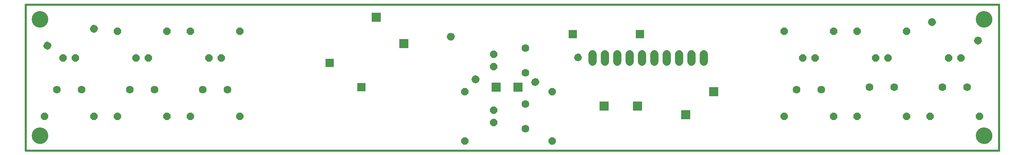
<source format=gbs>
G75*
%MOIN*%
%OFA0B0*%
%FSLAX25Y25*%
%IPPOS*%
%LPD*%
%AMOC8*
5,1,8,0,0,1.08239X$1,22.5*
%
%ADD10C,0.01600*%
%ADD11C,0.00000*%
%ADD12C,0.13398*%
%ADD13OC8,0.06000*%
%ADD14C,0.01200*%
%ADD15C,0.06800*%
%ADD16C,0.06312*%
%ADD17R,0.06706X0.06706*%
%ADD18R,0.07296X0.07296*%
D10*
X0003000Y0003000D02*
X0790402Y0003000D01*
X0790402Y0121110D01*
X0003000Y0121110D01*
X0003000Y0003000D01*
D11*
X0008512Y0014811D02*
X0008514Y0014969D01*
X0008520Y0015127D01*
X0008530Y0015285D01*
X0008544Y0015443D01*
X0008562Y0015600D01*
X0008583Y0015757D01*
X0008609Y0015913D01*
X0008639Y0016069D01*
X0008672Y0016224D01*
X0008710Y0016377D01*
X0008751Y0016530D01*
X0008796Y0016682D01*
X0008845Y0016833D01*
X0008898Y0016982D01*
X0008954Y0017130D01*
X0009014Y0017276D01*
X0009078Y0017421D01*
X0009146Y0017564D01*
X0009217Y0017706D01*
X0009291Y0017846D01*
X0009369Y0017983D01*
X0009451Y0018119D01*
X0009535Y0018253D01*
X0009624Y0018384D01*
X0009715Y0018513D01*
X0009810Y0018640D01*
X0009907Y0018765D01*
X0010008Y0018887D01*
X0010112Y0019006D01*
X0010219Y0019123D01*
X0010329Y0019237D01*
X0010442Y0019348D01*
X0010557Y0019457D01*
X0010675Y0019562D01*
X0010796Y0019664D01*
X0010919Y0019764D01*
X0011045Y0019860D01*
X0011173Y0019953D01*
X0011303Y0020043D01*
X0011436Y0020129D01*
X0011571Y0020213D01*
X0011707Y0020292D01*
X0011846Y0020369D01*
X0011987Y0020441D01*
X0012129Y0020511D01*
X0012273Y0020576D01*
X0012419Y0020638D01*
X0012566Y0020696D01*
X0012715Y0020751D01*
X0012865Y0020802D01*
X0013016Y0020849D01*
X0013168Y0020892D01*
X0013321Y0020931D01*
X0013476Y0020967D01*
X0013631Y0020998D01*
X0013787Y0021026D01*
X0013943Y0021050D01*
X0014100Y0021070D01*
X0014258Y0021086D01*
X0014415Y0021098D01*
X0014574Y0021106D01*
X0014732Y0021110D01*
X0014890Y0021110D01*
X0015048Y0021106D01*
X0015207Y0021098D01*
X0015364Y0021086D01*
X0015522Y0021070D01*
X0015679Y0021050D01*
X0015835Y0021026D01*
X0015991Y0020998D01*
X0016146Y0020967D01*
X0016301Y0020931D01*
X0016454Y0020892D01*
X0016606Y0020849D01*
X0016757Y0020802D01*
X0016907Y0020751D01*
X0017056Y0020696D01*
X0017203Y0020638D01*
X0017349Y0020576D01*
X0017493Y0020511D01*
X0017635Y0020441D01*
X0017776Y0020369D01*
X0017915Y0020292D01*
X0018051Y0020213D01*
X0018186Y0020129D01*
X0018319Y0020043D01*
X0018449Y0019953D01*
X0018577Y0019860D01*
X0018703Y0019764D01*
X0018826Y0019664D01*
X0018947Y0019562D01*
X0019065Y0019457D01*
X0019180Y0019348D01*
X0019293Y0019237D01*
X0019403Y0019123D01*
X0019510Y0019006D01*
X0019614Y0018887D01*
X0019715Y0018765D01*
X0019812Y0018640D01*
X0019907Y0018513D01*
X0019998Y0018384D01*
X0020087Y0018253D01*
X0020171Y0018119D01*
X0020253Y0017983D01*
X0020331Y0017846D01*
X0020405Y0017706D01*
X0020476Y0017564D01*
X0020544Y0017421D01*
X0020608Y0017276D01*
X0020668Y0017130D01*
X0020724Y0016982D01*
X0020777Y0016833D01*
X0020826Y0016682D01*
X0020871Y0016530D01*
X0020912Y0016377D01*
X0020950Y0016224D01*
X0020983Y0016069D01*
X0021013Y0015913D01*
X0021039Y0015757D01*
X0021060Y0015600D01*
X0021078Y0015443D01*
X0021092Y0015285D01*
X0021102Y0015127D01*
X0021108Y0014969D01*
X0021110Y0014811D01*
X0021108Y0014653D01*
X0021102Y0014495D01*
X0021092Y0014337D01*
X0021078Y0014179D01*
X0021060Y0014022D01*
X0021039Y0013865D01*
X0021013Y0013709D01*
X0020983Y0013553D01*
X0020950Y0013398D01*
X0020912Y0013245D01*
X0020871Y0013092D01*
X0020826Y0012940D01*
X0020777Y0012789D01*
X0020724Y0012640D01*
X0020668Y0012492D01*
X0020608Y0012346D01*
X0020544Y0012201D01*
X0020476Y0012058D01*
X0020405Y0011916D01*
X0020331Y0011776D01*
X0020253Y0011639D01*
X0020171Y0011503D01*
X0020087Y0011369D01*
X0019998Y0011238D01*
X0019907Y0011109D01*
X0019812Y0010982D01*
X0019715Y0010857D01*
X0019614Y0010735D01*
X0019510Y0010616D01*
X0019403Y0010499D01*
X0019293Y0010385D01*
X0019180Y0010274D01*
X0019065Y0010165D01*
X0018947Y0010060D01*
X0018826Y0009958D01*
X0018703Y0009858D01*
X0018577Y0009762D01*
X0018449Y0009669D01*
X0018319Y0009579D01*
X0018186Y0009493D01*
X0018051Y0009409D01*
X0017915Y0009330D01*
X0017776Y0009253D01*
X0017635Y0009181D01*
X0017493Y0009111D01*
X0017349Y0009046D01*
X0017203Y0008984D01*
X0017056Y0008926D01*
X0016907Y0008871D01*
X0016757Y0008820D01*
X0016606Y0008773D01*
X0016454Y0008730D01*
X0016301Y0008691D01*
X0016146Y0008655D01*
X0015991Y0008624D01*
X0015835Y0008596D01*
X0015679Y0008572D01*
X0015522Y0008552D01*
X0015364Y0008536D01*
X0015207Y0008524D01*
X0015048Y0008516D01*
X0014890Y0008512D01*
X0014732Y0008512D01*
X0014574Y0008516D01*
X0014415Y0008524D01*
X0014258Y0008536D01*
X0014100Y0008552D01*
X0013943Y0008572D01*
X0013787Y0008596D01*
X0013631Y0008624D01*
X0013476Y0008655D01*
X0013321Y0008691D01*
X0013168Y0008730D01*
X0013016Y0008773D01*
X0012865Y0008820D01*
X0012715Y0008871D01*
X0012566Y0008926D01*
X0012419Y0008984D01*
X0012273Y0009046D01*
X0012129Y0009111D01*
X0011987Y0009181D01*
X0011846Y0009253D01*
X0011707Y0009330D01*
X0011571Y0009409D01*
X0011436Y0009493D01*
X0011303Y0009579D01*
X0011173Y0009669D01*
X0011045Y0009762D01*
X0010919Y0009858D01*
X0010796Y0009958D01*
X0010675Y0010060D01*
X0010557Y0010165D01*
X0010442Y0010274D01*
X0010329Y0010385D01*
X0010219Y0010499D01*
X0010112Y0010616D01*
X0010008Y0010735D01*
X0009907Y0010857D01*
X0009810Y0010982D01*
X0009715Y0011109D01*
X0009624Y0011238D01*
X0009535Y0011369D01*
X0009451Y0011503D01*
X0009369Y0011639D01*
X0009291Y0011776D01*
X0009217Y0011916D01*
X0009146Y0012058D01*
X0009078Y0012201D01*
X0009014Y0012346D01*
X0008954Y0012492D01*
X0008898Y0012640D01*
X0008845Y0012789D01*
X0008796Y0012940D01*
X0008751Y0013092D01*
X0008710Y0013245D01*
X0008672Y0013398D01*
X0008639Y0013553D01*
X0008609Y0013709D01*
X0008583Y0013865D01*
X0008562Y0014022D01*
X0008544Y0014179D01*
X0008530Y0014337D01*
X0008520Y0014495D01*
X0008514Y0014653D01*
X0008512Y0014811D01*
X0008512Y0109299D02*
X0008514Y0109457D01*
X0008520Y0109615D01*
X0008530Y0109773D01*
X0008544Y0109931D01*
X0008562Y0110088D01*
X0008583Y0110245D01*
X0008609Y0110401D01*
X0008639Y0110557D01*
X0008672Y0110712D01*
X0008710Y0110865D01*
X0008751Y0111018D01*
X0008796Y0111170D01*
X0008845Y0111321D01*
X0008898Y0111470D01*
X0008954Y0111618D01*
X0009014Y0111764D01*
X0009078Y0111909D01*
X0009146Y0112052D01*
X0009217Y0112194D01*
X0009291Y0112334D01*
X0009369Y0112471D01*
X0009451Y0112607D01*
X0009535Y0112741D01*
X0009624Y0112872D01*
X0009715Y0113001D01*
X0009810Y0113128D01*
X0009907Y0113253D01*
X0010008Y0113375D01*
X0010112Y0113494D01*
X0010219Y0113611D01*
X0010329Y0113725D01*
X0010442Y0113836D01*
X0010557Y0113945D01*
X0010675Y0114050D01*
X0010796Y0114152D01*
X0010919Y0114252D01*
X0011045Y0114348D01*
X0011173Y0114441D01*
X0011303Y0114531D01*
X0011436Y0114617D01*
X0011571Y0114701D01*
X0011707Y0114780D01*
X0011846Y0114857D01*
X0011987Y0114929D01*
X0012129Y0114999D01*
X0012273Y0115064D01*
X0012419Y0115126D01*
X0012566Y0115184D01*
X0012715Y0115239D01*
X0012865Y0115290D01*
X0013016Y0115337D01*
X0013168Y0115380D01*
X0013321Y0115419D01*
X0013476Y0115455D01*
X0013631Y0115486D01*
X0013787Y0115514D01*
X0013943Y0115538D01*
X0014100Y0115558D01*
X0014258Y0115574D01*
X0014415Y0115586D01*
X0014574Y0115594D01*
X0014732Y0115598D01*
X0014890Y0115598D01*
X0015048Y0115594D01*
X0015207Y0115586D01*
X0015364Y0115574D01*
X0015522Y0115558D01*
X0015679Y0115538D01*
X0015835Y0115514D01*
X0015991Y0115486D01*
X0016146Y0115455D01*
X0016301Y0115419D01*
X0016454Y0115380D01*
X0016606Y0115337D01*
X0016757Y0115290D01*
X0016907Y0115239D01*
X0017056Y0115184D01*
X0017203Y0115126D01*
X0017349Y0115064D01*
X0017493Y0114999D01*
X0017635Y0114929D01*
X0017776Y0114857D01*
X0017915Y0114780D01*
X0018051Y0114701D01*
X0018186Y0114617D01*
X0018319Y0114531D01*
X0018449Y0114441D01*
X0018577Y0114348D01*
X0018703Y0114252D01*
X0018826Y0114152D01*
X0018947Y0114050D01*
X0019065Y0113945D01*
X0019180Y0113836D01*
X0019293Y0113725D01*
X0019403Y0113611D01*
X0019510Y0113494D01*
X0019614Y0113375D01*
X0019715Y0113253D01*
X0019812Y0113128D01*
X0019907Y0113001D01*
X0019998Y0112872D01*
X0020087Y0112741D01*
X0020171Y0112607D01*
X0020253Y0112471D01*
X0020331Y0112334D01*
X0020405Y0112194D01*
X0020476Y0112052D01*
X0020544Y0111909D01*
X0020608Y0111764D01*
X0020668Y0111618D01*
X0020724Y0111470D01*
X0020777Y0111321D01*
X0020826Y0111170D01*
X0020871Y0111018D01*
X0020912Y0110865D01*
X0020950Y0110712D01*
X0020983Y0110557D01*
X0021013Y0110401D01*
X0021039Y0110245D01*
X0021060Y0110088D01*
X0021078Y0109931D01*
X0021092Y0109773D01*
X0021102Y0109615D01*
X0021108Y0109457D01*
X0021110Y0109299D01*
X0021108Y0109141D01*
X0021102Y0108983D01*
X0021092Y0108825D01*
X0021078Y0108667D01*
X0021060Y0108510D01*
X0021039Y0108353D01*
X0021013Y0108197D01*
X0020983Y0108041D01*
X0020950Y0107886D01*
X0020912Y0107733D01*
X0020871Y0107580D01*
X0020826Y0107428D01*
X0020777Y0107277D01*
X0020724Y0107128D01*
X0020668Y0106980D01*
X0020608Y0106834D01*
X0020544Y0106689D01*
X0020476Y0106546D01*
X0020405Y0106404D01*
X0020331Y0106264D01*
X0020253Y0106127D01*
X0020171Y0105991D01*
X0020087Y0105857D01*
X0019998Y0105726D01*
X0019907Y0105597D01*
X0019812Y0105470D01*
X0019715Y0105345D01*
X0019614Y0105223D01*
X0019510Y0105104D01*
X0019403Y0104987D01*
X0019293Y0104873D01*
X0019180Y0104762D01*
X0019065Y0104653D01*
X0018947Y0104548D01*
X0018826Y0104446D01*
X0018703Y0104346D01*
X0018577Y0104250D01*
X0018449Y0104157D01*
X0018319Y0104067D01*
X0018186Y0103981D01*
X0018051Y0103897D01*
X0017915Y0103818D01*
X0017776Y0103741D01*
X0017635Y0103669D01*
X0017493Y0103599D01*
X0017349Y0103534D01*
X0017203Y0103472D01*
X0017056Y0103414D01*
X0016907Y0103359D01*
X0016757Y0103308D01*
X0016606Y0103261D01*
X0016454Y0103218D01*
X0016301Y0103179D01*
X0016146Y0103143D01*
X0015991Y0103112D01*
X0015835Y0103084D01*
X0015679Y0103060D01*
X0015522Y0103040D01*
X0015364Y0103024D01*
X0015207Y0103012D01*
X0015048Y0103004D01*
X0014890Y0103000D01*
X0014732Y0103000D01*
X0014574Y0103004D01*
X0014415Y0103012D01*
X0014258Y0103024D01*
X0014100Y0103040D01*
X0013943Y0103060D01*
X0013787Y0103084D01*
X0013631Y0103112D01*
X0013476Y0103143D01*
X0013321Y0103179D01*
X0013168Y0103218D01*
X0013016Y0103261D01*
X0012865Y0103308D01*
X0012715Y0103359D01*
X0012566Y0103414D01*
X0012419Y0103472D01*
X0012273Y0103534D01*
X0012129Y0103599D01*
X0011987Y0103669D01*
X0011846Y0103741D01*
X0011707Y0103818D01*
X0011571Y0103897D01*
X0011436Y0103981D01*
X0011303Y0104067D01*
X0011173Y0104157D01*
X0011045Y0104250D01*
X0010919Y0104346D01*
X0010796Y0104446D01*
X0010675Y0104548D01*
X0010557Y0104653D01*
X0010442Y0104762D01*
X0010329Y0104873D01*
X0010219Y0104987D01*
X0010112Y0105104D01*
X0010008Y0105223D01*
X0009907Y0105345D01*
X0009810Y0105470D01*
X0009715Y0105597D01*
X0009624Y0105726D01*
X0009535Y0105857D01*
X0009451Y0105991D01*
X0009369Y0106127D01*
X0009291Y0106264D01*
X0009217Y0106404D01*
X0009146Y0106546D01*
X0009078Y0106689D01*
X0009014Y0106834D01*
X0008954Y0106980D01*
X0008898Y0107128D01*
X0008845Y0107277D01*
X0008796Y0107428D01*
X0008751Y0107580D01*
X0008710Y0107733D01*
X0008672Y0107886D01*
X0008639Y0108041D01*
X0008609Y0108197D01*
X0008583Y0108353D01*
X0008562Y0108510D01*
X0008544Y0108667D01*
X0008530Y0108825D01*
X0008520Y0108983D01*
X0008514Y0109141D01*
X0008512Y0109299D01*
X0772292Y0109299D02*
X0772294Y0109457D01*
X0772300Y0109615D01*
X0772310Y0109773D01*
X0772324Y0109931D01*
X0772342Y0110088D01*
X0772363Y0110245D01*
X0772389Y0110401D01*
X0772419Y0110557D01*
X0772452Y0110712D01*
X0772490Y0110865D01*
X0772531Y0111018D01*
X0772576Y0111170D01*
X0772625Y0111321D01*
X0772678Y0111470D01*
X0772734Y0111618D01*
X0772794Y0111764D01*
X0772858Y0111909D01*
X0772926Y0112052D01*
X0772997Y0112194D01*
X0773071Y0112334D01*
X0773149Y0112471D01*
X0773231Y0112607D01*
X0773315Y0112741D01*
X0773404Y0112872D01*
X0773495Y0113001D01*
X0773590Y0113128D01*
X0773687Y0113253D01*
X0773788Y0113375D01*
X0773892Y0113494D01*
X0773999Y0113611D01*
X0774109Y0113725D01*
X0774222Y0113836D01*
X0774337Y0113945D01*
X0774455Y0114050D01*
X0774576Y0114152D01*
X0774699Y0114252D01*
X0774825Y0114348D01*
X0774953Y0114441D01*
X0775083Y0114531D01*
X0775216Y0114617D01*
X0775351Y0114701D01*
X0775487Y0114780D01*
X0775626Y0114857D01*
X0775767Y0114929D01*
X0775909Y0114999D01*
X0776053Y0115064D01*
X0776199Y0115126D01*
X0776346Y0115184D01*
X0776495Y0115239D01*
X0776645Y0115290D01*
X0776796Y0115337D01*
X0776948Y0115380D01*
X0777101Y0115419D01*
X0777256Y0115455D01*
X0777411Y0115486D01*
X0777567Y0115514D01*
X0777723Y0115538D01*
X0777880Y0115558D01*
X0778038Y0115574D01*
X0778195Y0115586D01*
X0778354Y0115594D01*
X0778512Y0115598D01*
X0778670Y0115598D01*
X0778828Y0115594D01*
X0778987Y0115586D01*
X0779144Y0115574D01*
X0779302Y0115558D01*
X0779459Y0115538D01*
X0779615Y0115514D01*
X0779771Y0115486D01*
X0779926Y0115455D01*
X0780081Y0115419D01*
X0780234Y0115380D01*
X0780386Y0115337D01*
X0780537Y0115290D01*
X0780687Y0115239D01*
X0780836Y0115184D01*
X0780983Y0115126D01*
X0781129Y0115064D01*
X0781273Y0114999D01*
X0781415Y0114929D01*
X0781556Y0114857D01*
X0781695Y0114780D01*
X0781831Y0114701D01*
X0781966Y0114617D01*
X0782099Y0114531D01*
X0782229Y0114441D01*
X0782357Y0114348D01*
X0782483Y0114252D01*
X0782606Y0114152D01*
X0782727Y0114050D01*
X0782845Y0113945D01*
X0782960Y0113836D01*
X0783073Y0113725D01*
X0783183Y0113611D01*
X0783290Y0113494D01*
X0783394Y0113375D01*
X0783495Y0113253D01*
X0783592Y0113128D01*
X0783687Y0113001D01*
X0783778Y0112872D01*
X0783867Y0112741D01*
X0783951Y0112607D01*
X0784033Y0112471D01*
X0784111Y0112334D01*
X0784185Y0112194D01*
X0784256Y0112052D01*
X0784324Y0111909D01*
X0784388Y0111764D01*
X0784448Y0111618D01*
X0784504Y0111470D01*
X0784557Y0111321D01*
X0784606Y0111170D01*
X0784651Y0111018D01*
X0784692Y0110865D01*
X0784730Y0110712D01*
X0784763Y0110557D01*
X0784793Y0110401D01*
X0784819Y0110245D01*
X0784840Y0110088D01*
X0784858Y0109931D01*
X0784872Y0109773D01*
X0784882Y0109615D01*
X0784888Y0109457D01*
X0784890Y0109299D01*
X0784888Y0109141D01*
X0784882Y0108983D01*
X0784872Y0108825D01*
X0784858Y0108667D01*
X0784840Y0108510D01*
X0784819Y0108353D01*
X0784793Y0108197D01*
X0784763Y0108041D01*
X0784730Y0107886D01*
X0784692Y0107733D01*
X0784651Y0107580D01*
X0784606Y0107428D01*
X0784557Y0107277D01*
X0784504Y0107128D01*
X0784448Y0106980D01*
X0784388Y0106834D01*
X0784324Y0106689D01*
X0784256Y0106546D01*
X0784185Y0106404D01*
X0784111Y0106264D01*
X0784033Y0106127D01*
X0783951Y0105991D01*
X0783867Y0105857D01*
X0783778Y0105726D01*
X0783687Y0105597D01*
X0783592Y0105470D01*
X0783495Y0105345D01*
X0783394Y0105223D01*
X0783290Y0105104D01*
X0783183Y0104987D01*
X0783073Y0104873D01*
X0782960Y0104762D01*
X0782845Y0104653D01*
X0782727Y0104548D01*
X0782606Y0104446D01*
X0782483Y0104346D01*
X0782357Y0104250D01*
X0782229Y0104157D01*
X0782099Y0104067D01*
X0781966Y0103981D01*
X0781831Y0103897D01*
X0781695Y0103818D01*
X0781556Y0103741D01*
X0781415Y0103669D01*
X0781273Y0103599D01*
X0781129Y0103534D01*
X0780983Y0103472D01*
X0780836Y0103414D01*
X0780687Y0103359D01*
X0780537Y0103308D01*
X0780386Y0103261D01*
X0780234Y0103218D01*
X0780081Y0103179D01*
X0779926Y0103143D01*
X0779771Y0103112D01*
X0779615Y0103084D01*
X0779459Y0103060D01*
X0779302Y0103040D01*
X0779144Y0103024D01*
X0778987Y0103012D01*
X0778828Y0103004D01*
X0778670Y0103000D01*
X0778512Y0103000D01*
X0778354Y0103004D01*
X0778195Y0103012D01*
X0778038Y0103024D01*
X0777880Y0103040D01*
X0777723Y0103060D01*
X0777567Y0103084D01*
X0777411Y0103112D01*
X0777256Y0103143D01*
X0777101Y0103179D01*
X0776948Y0103218D01*
X0776796Y0103261D01*
X0776645Y0103308D01*
X0776495Y0103359D01*
X0776346Y0103414D01*
X0776199Y0103472D01*
X0776053Y0103534D01*
X0775909Y0103599D01*
X0775767Y0103669D01*
X0775626Y0103741D01*
X0775487Y0103818D01*
X0775351Y0103897D01*
X0775216Y0103981D01*
X0775083Y0104067D01*
X0774953Y0104157D01*
X0774825Y0104250D01*
X0774699Y0104346D01*
X0774576Y0104446D01*
X0774455Y0104548D01*
X0774337Y0104653D01*
X0774222Y0104762D01*
X0774109Y0104873D01*
X0773999Y0104987D01*
X0773892Y0105104D01*
X0773788Y0105223D01*
X0773687Y0105345D01*
X0773590Y0105470D01*
X0773495Y0105597D01*
X0773404Y0105726D01*
X0773315Y0105857D01*
X0773231Y0105991D01*
X0773149Y0106127D01*
X0773071Y0106264D01*
X0772997Y0106404D01*
X0772926Y0106546D01*
X0772858Y0106689D01*
X0772794Y0106834D01*
X0772734Y0106980D01*
X0772678Y0107128D01*
X0772625Y0107277D01*
X0772576Y0107428D01*
X0772531Y0107580D01*
X0772490Y0107733D01*
X0772452Y0107886D01*
X0772419Y0108041D01*
X0772389Y0108197D01*
X0772363Y0108353D01*
X0772342Y0108510D01*
X0772324Y0108667D01*
X0772310Y0108825D01*
X0772300Y0108983D01*
X0772294Y0109141D01*
X0772292Y0109299D01*
X0772292Y0014811D02*
X0772294Y0014969D01*
X0772300Y0015127D01*
X0772310Y0015285D01*
X0772324Y0015443D01*
X0772342Y0015600D01*
X0772363Y0015757D01*
X0772389Y0015913D01*
X0772419Y0016069D01*
X0772452Y0016224D01*
X0772490Y0016377D01*
X0772531Y0016530D01*
X0772576Y0016682D01*
X0772625Y0016833D01*
X0772678Y0016982D01*
X0772734Y0017130D01*
X0772794Y0017276D01*
X0772858Y0017421D01*
X0772926Y0017564D01*
X0772997Y0017706D01*
X0773071Y0017846D01*
X0773149Y0017983D01*
X0773231Y0018119D01*
X0773315Y0018253D01*
X0773404Y0018384D01*
X0773495Y0018513D01*
X0773590Y0018640D01*
X0773687Y0018765D01*
X0773788Y0018887D01*
X0773892Y0019006D01*
X0773999Y0019123D01*
X0774109Y0019237D01*
X0774222Y0019348D01*
X0774337Y0019457D01*
X0774455Y0019562D01*
X0774576Y0019664D01*
X0774699Y0019764D01*
X0774825Y0019860D01*
X0774953Y0019953D01*
X0775083Y0020043D01*
X0775216Y0020129D01*
X0775351Y0020213D01*
X0775487Y0020292D01*
X0775626Y0020369D01*
X0775767Y0020441D01*
X0775909Y0020511D01*
X0776053Y0020576D01*
X0776199Y0020638D01*
X0776346Y0020696D01*
X0776495Y0020751D01*
X0776645Y0020802D01*
X0776796Y0020849D01*
X0776948Y0020892D01*
X0777101Y0020931D01*
X0777256Y0020967D01*
X0777411Y0020998D01*
X0777567Y0021026D01*
X0777723Y0021050D01*
X0777880Y0021070D01*
X0778038Y0021086D01*
X0778195Y0021098D01*
X0778354Y0021106D01*
X0778512Y0021110D01*
X0778670Y0021110D01*
X0778828Y0021106D01*
X0778987Y0021098D01*
X0779144Y0021086D01*
X0779302Y0021070D01*
X0779459Y0021050D01*
X0779615Y0021026D01*
X0779771Y0020998D01*
X0779926Y0020967D01*
X0780081Y0020931D01*
X0780234Y0020892D01*
X0780386Y0020849D01*
X0780537Y0020802D01*
X0780687Y0020751D01*
X0780836Y0020696D01*
X0780983Y0020638D01*
X0781129Y0020576D01*
X0781273Y0020511D01*
X0781415Y0020441D01*
X0781556Y0020369D01*
X0781695Y0020292D01*
X0781831Y0020213D01*
X0781966Y0020129D01*
X0782099Y0020043D01*
X0782229Y0019953D01*
X0782357Y0019860D01*
X0782483Y0019764D01*
X0782606Y0019664D01*
X0782727Y0019562D01*
X0782845Y0019457D01*
X0782960Y0019348D01*
X0783073Y0019237D01*
X0783183Y0019123D01*
X0783290Y0019006D01*
X0783394Y0018887D01*
X0783495Y0018765D01*
X0783592Y0018640D01*
X0783687Y0018513D01*
X0783778Y0018384D01*
X0783867Y0018253D01*
X0783951Y0018119D01*
X0784033Y0017983D01*
X0784111Y0017846D01*
X0784185Y0017706D01*
X0784256Y0017564D01*
X0784324Y0017421D01*
X0784388Y0017276D01*
X0784448Y0017130D01*
X0784504Y0016982D01*
X0784557Y0016833D01*
X0784606Y0016682D01*
X0784651Y0016530D01*
X0784692Y0016377D01*
X0784730Y0016224D01*
X0784763Y0016069D01*
X0784793Y0015913D01*
X0784819Y0015757D01*
X0784840Y0015600D01*
X0784858Y0015443D01*
X0784872Y0015285D01*
X0784882Y0015127D01*
X0784888Y0014969D01*
X0784890Y0014811D01*
X0784888Y0014653D01*
X0784882Y0014495D01*
X0784872Y0014337D01*
X0784858Y0014179D01*
X0784840Y0014022D01*
X0784819Y0013865D01*
X0784793Y0013709D01*
X0784763Y0013553D01*
X0784730Y0013398D01*
X0784692Y0013245D01*
X0784651Y0013092D01*
X0784606Y0012940D01*
X0784557Y0012789D01*
X0784504Y0012640D01*
X0784448Y0012492D01*
X0784388Y0012346D01*
X0784324Y0012201D01*
X0784256Y0012058D01*
X0784185Y0011916D01*
X0784111Y0011776D01*
X0784033Y0011639D01*
X0783951Y0011503D01*
X0783867Y0011369D01*
X0783778Y0011238D01*
X0783687Y0011109D01*
X0783592Y0010982D01*
X0783495Y0010857D01*
X0783394Y0010735D01*
X0783290Y0010616D01*
X0783183Y0010499D01*
X0783073Y0010385D01*
X0782960Y0010274D01*
X0782845Y0010165D01*
X0782727Y0010060D01*
X0782606Y0009958D01*
X0782483Y0009858D01*
X0782357Y0009762D01*
X0782229Y0009669D01*
X0782099Y0009579D01*
X0781966Y0009493D01*
X0781831Y0009409D01*
X0781695Y0009330D01*
X0781556Y0009253D01*
X0781415Y0009181D01*
X0781273Y0009111D01*
X0781129Y0009046D01*
X0780983Y0008984D01*
X0780836Y0008926D01*
X0780687Y0008871D01*
X0780537Y0008820D01*
X0780386Y0008773D01*
X0780234Y0008730D01*
X0780081Y0008691D01*
X0779926Y0008655D01*
X0779771Y0008624D01*
X0779615Y0008596D01*
X0779459Y0008572D01*
X0779302Y0008552D01*
X0779144Y0008536D01*
X0778987Y0008524D01*
X0778828Y0008516D01*
X0778670Y0008512D01*
X0778512Y0008512D01*
X0778354Y0008516D01*
X0778195Y0008524D01*
X0778038Y0008536D01*
X0777880Y0008552D01*
X0777723Y0008572D01*
X0777567Y0008596D01*
X0777411Y0008624D01*
X0777256Y0008655D01*
X0777101Y0008691D01*
X0776948Y0008730D01*
X0776796Y0008773D01*
X0776645Y0008820D01*
X0776495Y0008871D01*
X0776346Y0008926D01*
X0776199Y0008984D01*
X0776053Y0009046D01*
X0775909Y0009111D01*
X0775767Y0009181D01*
X0775626Y0009253D01*
X0775487Y0009330D01*
X0775351Y0009409D01*
X0775216Y0009493D01*
X0775083Y0009579D01*
X0774953Y0009669D01*
X0774825Y0009762D01*
X0774699Y0009858D01*
X0774576Y0009958D01*
X0774455Y0010060D01*
X0774337Y0010165D01*
X0774222Y0010274D01*
X0774109Y0010385D01*
X0773999Y0010499D01*
X0773892Y0010616D01*
X0773788Y0010735D01*
X0773687Y0010857D01*
X0773590Y0010982D01*
X0773495Y0011109D01*
X0773404Y0011238D01*
X0773315Y0011369D01*
X0773231Y0011503D01*
X0773149Y0011639D01*
X0773071Y0011776D01*
X0772997Y0011916D01*
X0772926Y0012058D01*
X0772858Y0012201D01*
X0772794Y0012346D01*
X0772734Y0012492D01*
X0772678Y0012640D01*
X0772625Y0012789D01*
X0772576Y0012940D01*
X0772531Y0013092D01*
X0772490Y0013245D01*
X0772452Y0013398D01*
X0772419Y0013553D01*
X0772389Y0013709D01*
X0772363Y0013865D01*
X0772342Y0014022D01*
X0772324Y0014179D01*
X0772310Y0014337D01*
X0772300Y0014495D01*
X0772294Y0014653D01*
X0772292Y0014811D01*
D12*
X0778591Y0014811D03*
X0778591Y0109299D03*
X0014811Y0109299D03*
X0014811Y0014811D03*
D13*
X0018433Y0030559D03*
X0058433Y0030559D03*
X0077488Y0030559D03*
X0117488Y0030559D03*
X0136543Y0030559D03*
X0176543Y0030559D03*
X0358315Y0010559D03*
X0429181Y0010559D03*
X0381937Y0025559D03*
X0381937Y0035559D03*
X0358315Y0050559D03*
X0429181Y0050559D03*
X0381937Y0070835D03*
X0381937Y0080835D03*
X0176543Y0099457D03*
X0136543Y0099457D03*
X0117488Y0099457D03*
X0077488Y0099457D03*
X0092488Y0077803D03*
X0102488Y0077803D03*
X0151543Y0077803D03*
X0161543Y0077803D03*
X0043433Y0077803D03*
X0033433Y0077803D03*
X0616858Y0099457D03*
X0656858Y0099457D03*
X0675913Y0099457D03*
X0715913Y0099457D03*
X0700913Y0077803D03*
X0690913Y0077803D03*
X0641858Y0077803D03*
X0631858Y0077803D03*
X0749969Y0077803D03*
X0759969Y0077803D03*
X0774969Y0030559D03*
X0734969Y0030559D03*
X0715913Y0030559D03*
X0675913Y0030559D03*
X0656858Y0030559D03*
X0616858Y0030559D03*
D14*
X0417379Y0058093D02*
X0417979Y0058693D01*
X0417464Y0056773D01*
X0415743Y0055779D01*
X0413823Y0056294D01*
X0412829Y0058015D01*
X0413344Y0059935D01*
X0415065Y0060929D01*
X0416985Y0060414D01*
X0417979Y0058693D01*
X0417013Y0058566D01*
X0416691Y0057366D01*
X0415616Y0056745D01*
X0414416Y0057067D01*
X0413795Y0058142D01*
X0414117Y0059342D01*
X0415192Y0059963D01*
X0416392Y0059641D01*
X0417013Y0058566D01*
X0416047Y0058439D01*
X0415918Y0057959D01*
X0415489Y0057711D01*
X0415009Y0057840D01*
X0414761Y0058269D01*
X0414890Y0058749D01*
X0415319Y0058997D01*
X0415799Y0058868D01*
X0416047Y0058439D01*
X0366873Y0058508D02*
X0367473Y0057908D01*
X0365553Y0058423D01*
X0364559Y0060144D01*
X0365074Y0062064D01*
X0366795Y0063058D01*
X0368715Y0062543D01*
X0369709Y0060822D01*
X0369194Y0058902D01*
X0367473Y0057908D01*
X0367346Y0058874D01*
X0366146Y0059196D01*
X0365525Y0060271D01*
X0365847Y0061471D01*
X0366922Y0062092D01*
X0368122Y0061770D01*
X0368743Y0060695D01*
X0368421Y0059495D01*
X0367346Y0058874D01*
X0367219Y0059840D01*
X0366739Y0059969D01*
X0366491Y0060398D01*
X0366620Y0060878D01*
X0367049Y0061126D01*
X0367529Y0060997D01*
X0367777Y0060568D01*
X0367648Y0060088D01*
X0367219Y0059840D01*
X0452020Y0078093D02*
X0452620Y0078693D01*
X0452105Y0076773D01*
X0450384Y0075779D01*
X0448464Y0076294D01*
X0447470Y0078015D01*
X0447985Y0079935D01*
X0449706Y0080929D01*
X0451626Y0080414D01*
X0452620Y0078693D01*
X0451654Y0078566D01*
X0451332Y0077366D01*
X0450257Y0076745D01*
X0449057Y0077067D01*
X0448436Y0078142D01*
X0448758Y0079342D01*
X0449833Y0079963D01*
X0451033Y0079641D01*
X0451654Y0078566D01*
X0450688Y0078439D01*
X0450559Y0077959D01*
X0450130Y0077711D01*
X0449650Y0077840D01*
X0449402Y0078269D01*
X0449531Y0078749D01*
X0449960Y0078997D01*
X0450440Y0078868D01*
X0450688Y0078439D01*
X0346873Y0093149D02*
X0347473Y0092549D01*
X0345553Y0093064D01*
X0344559Y0094785D01*
X0345074Y0096705D01*
X0346795Y0097699D01*
X0348715Y0097184D01*
X0349709Y0095463D01*
X0349194Y0093543D01*
X0347473Y0092549D01*
X0347346Y0093515D01*
X0346146Y0093837D01*
X0345525Y0094912D01*
X0345847Y0096112D01*
X0346922Y0096733D01*
X0348122Y0096411D01*
X0348743Y0095336D01*
X0348421Y0094136D01*
X0347346Y0093515D01*
X0347219Y0094481D01*
X0346739Y0094610D01*
X0346491Y0095039D01*
X0346620Y0095519D01*
X0347049Y0095767D01*
X0347529Y0095638D01*
X0347777Y0095209D01*
X0347648Y0094729D01*
X0347219Y0094481D01*
X0060403Y0102060D02*
X0061003Y0101460D01*
X0060162Y0099658D01*
X0058295Y0098978D01*
X0056493Y0099819D01*
X0055813Y0101686D01*
X0056654Y0103488D01*
X0058521Y0104168D01*
X0060323Y0103327D01*
X0061003Y0101460D01*
X0060029Y0101503D01*
X0059504Y0100376D01*
X0058338Y0099952D01*
X0057211Y0100477D01*
X0056787Y0101643D01*
X0057312Y0102770D01*
X0058478Y0103194D01*
X0059605Y0102669D01*
X0060029Y0101503D01*
X0059056Y0101546D01*
X0058846Y0101095D01*
X0058381Y0100925D01*
X0057930Y0101135D01*
X0057760Y0101600D01*
X0057970Y0102051D01*
X0058435Y0102221D01*
X0058886Y0102011D01*
X0059056Y0101546D01*
X0022815Y0088379D02*
X0023415Y0087779D01*
X0022574Y0085977D01*
X0020707Y0085297D01*
X0018905Y0086138D01*
X0018225Y0088005D01*
X0019066Y0089807D01*
X0020933Y0090487D01*
X0022735Y0089646D01*
X0023415Y0087779D01*
X0022441Y0087822D01*
X0021916Y0086695D01*
X0020750Y0086271D01*
X0019623Y0086796D01*
X0019199Y0087962D01*
X0019724Y0089089D01*
X0020890Y0089513D01*
X0022017Y0088988D01*
X0022441Y0087822D01*
X0021468Y0087865D01*
X0021258Y0087414D01*
X0020793Y0087244D01*
X0020342Y0087454D01*
X0020172Y0087919D01*
X0020382Y0088370D01*
X0020847Y0088540D01*
X0021298Y0088330D01*
X0021468Y0087865D01*
X0737677Y0105729D02*
X0738277Y0105129D01*
X0736447Y0104352D01*
X0734605Y0105097D01*
X0733828Y0106927D01*
X0734573Y0108769D01*
X0736403Y0109546D01*
X0738245Y0108801D01*
X0739022Y0106971D01*
X0738277Y0105129D01*
X0737583Y0105812D01*
X0736438Y0105326D01*
X0735288Y0105791D01*
X0734802Y0106936D01*
X0735267Y0108086D01*
X0736412Y0108572D01*
X0737562Y0108107D01*
X0738048Y0106962D01*
X0737583Y0105812D01*
X0736888Y0106495D01*
X0736430Y0106300D01*
X0735971Y0106486D01*
X0735776Y0106944D01*
X0735962Y0107403D01*
X0736420Y0107598D01*
X0736879Y0107412D01*
X0737074Y0106954D01*
X0736888Y0106495D01*
X0774764Y0090745D02*
X0775364Y0090145D01*
X0773534Y0089368D01*
X0771692Y0090113D01*
X0770915Y0091943D01*
X0771660Y0093785D01*
X0773490Y0094562D01*
X0775332Y0093817D01*
X0776109Y0091987D01*
X0775364Y0090145D01*
X0774670Y0090828D01*
X0773525Y0090342D01*
X0772375Y0090807D01*
X0771889Y0091952D01*
X0772354Y0093102D01*
X0773499Y0093588D01*
X0774649Y0093123D01*
X0775135Y0091978D01*
X0774670Y0090828D01*
X0773975Y0091511D01*
X0773517Y0091316D01*
X0773058Y0091502D01*
X0772863Y0091960D01*
X0773049Y0092419D01*
X0773507Y0092614D01*
X0773966Y0092428D01*
X0774161Y0091970D01*
X0773975Y0091511D01*
D15*
X0551937Y0080803D02*
X0551937Y0074803D01*
X0541937Y0074803D02*
X0541937Y0080803D01*
X0531937Y0080803D02*
X0531937Y0074803D01*
X0521937Y0074803D02*
X0521937Y0080803D01*
X0511937Y0080803D02*
X0511937Y0074803D01*
X0501937Y0074803D02*
X0501937Y0080803D01*
X0491937Y0080803D02*
X0491937Y0074803D01*
X0481937Y0074803D02*
X0481937Y0080803D01*
X0471937Y0080803D02*
X0471937Y0074803D01*
X0461937Y0074803D02*
X0461937Y0080803D01*
D16*
X0407528Y0085835D03*
X0407528Y0065835D03*
X0407528Y0040559D03*
X0407528Y0020559D03*
X0626858Y0052213D03*
X0646858Y0052213D03*
X0685913Y0054181D03*
X0705913Y0054181D03*
X0744969Y0054181D03*
X0764969Y0054181D03*
X0166543Y0052213D03*
X0146543Y0052213D03*
X0107488Y0052213D03*
X0087488Y0052213D03*
X0048433Y0052213D03*
X0028433Y0052213D03*
D17*
X0249063Y0073866D03*
X0274654Y0054181D03*
X0445913Y0097094D03*
X0500244Y0097094D03*
D18*
X0309299Y0089614D03*
X0286858Y0110874D03*
X0383709Y0054181D03*
X0401425Y0054181D03*
X0471110Y0038827D03*
X0498276Y0038827D03*
X0537252Y0031740D03*
X0559693Y0050638D03*
M02*

</source>
